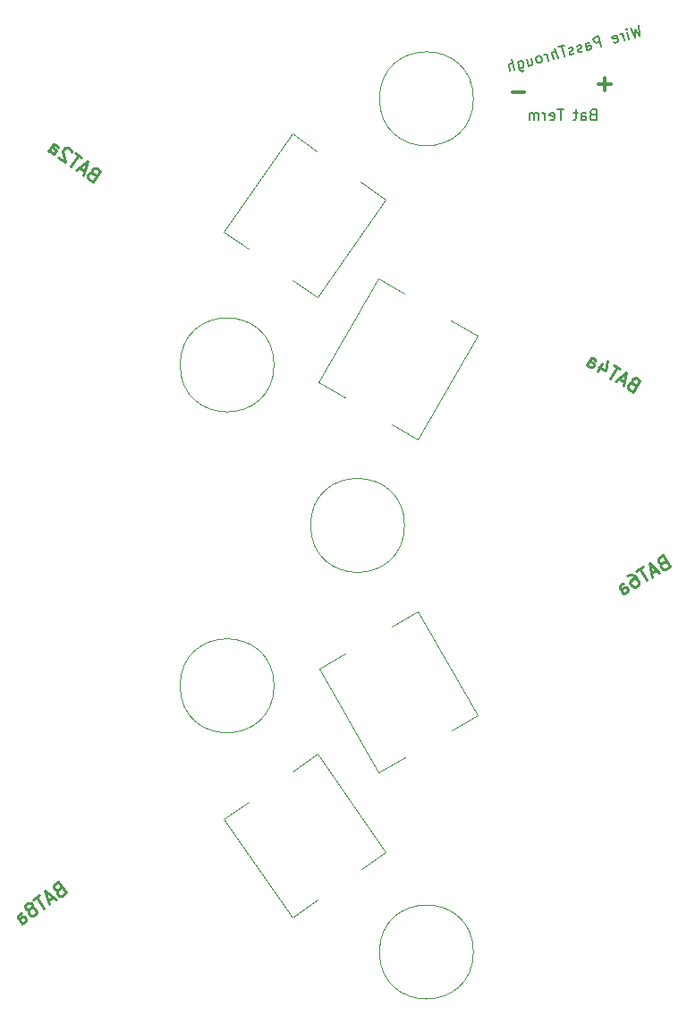
<source format=gbr>
G04 #@! TF.GenerationSoftware,KiCad,Pcbnew,(5.1.5)-3*
G04 #@! TF.CreationDate,2020-06-25T14:03:02-07:00*
G04 #@! TF.ProjectId,LCP_Battery,4c43505f-4261-4747-9465-72792e6b6963,rev?*
G04 #@! TF.SameCoordinates,Original*
G04 #@! TF.FileFunction,Legend,Bot*
G04 #@! TF.FilePolarity,Positive*
%FSLAX46Y46*%
G04 Gerber Fmt 4.6, Leading zero omitted, Abs format (unit mm)*
G04 Created by KiCad (PCBNEW (5.1.5)-3) date 2020-06-25 14:03:02*
%MOMM*%
%LPD*%
G04 APERTURE LIST*
%ADD10C,0.150000*%
%ADD11C,0.300000*%
%ADD12C,0.120000*%
%ADD13C,0.100000*%
%ADD14C,0.254000*%
G04 APERTURE END LIST*
D10*
X123391893Y-50334871D02*
X123249036Y-50382490D01*
X123201417Y-50430109D01*
X123153798Y-50525347D01*
X123153798Y-50668204D01*
X123201417Y-50763442D01*
X123249036Y-50811061D01*
X123344274Y-50858680D01*
X123725226Y-50858680D01*
X123725226Y-49858680D01*
X123391893Y-49858680D01*
X123296655Y-49906300D01*
X123249036Y-49953919D01*
X123201417Y-50049157D01*
X123201417Y-50144395D01*
X123249036Y-50239633D01*
X123296655Y-50287252D01*
X123391893Y-50334871D01*
X123725226Y-50334871D01*
X122296655Y-50858680D02*
X122296655Y-50334871D01*
X122344274Y-50239633D01*
X122439512Y-50192014D01*
X122629988Y-50192014D01*
X122725226Y-50239633D01*
X122296655Y-50811061D02*
X122391893Y-50858680D01*
X122629988Y-50858680D01*
X122725226Y-50811061D01*
X122772845Y-50715823D01*
X122772845Y-50620585D01*
X122725226Y-50525347D01*
X122629988Y-50477728D01*
X122391893Y-50477728D01*
X122296655Y-50430109D01*
X121963321Y-50192014D02*
X121582369Y-50192014D01*
X121820464Y-49858680D02*
X121820464Y-50715823D01*
X121772845Y-50811061D01*
X121677607Y-50858680D01*
X121582369Y-50858680D01*
X120629988Y-49858680D02*
X120058560Y-49858680D01*
X120344274Y-50858680D02*
X120344274Y-49858680D01*
X119344274Y-50811061D02*
X119439512Y-50858680D01*
X119629988Y-50858680D01*
X119725226Y-50811061D01*
X119772845Y-50715823D01*
X119772845Y-50334871D01*
X119725226Y-50239633D01*
X119629988Y-50192014D01*
X119439512Y-50192014D01*
X119344274Y-50239633D01*
X119296655Y-50334871D01*
X119296655Y-50430109D01*
X119772845Y-50525347D01*
X118868083Y-50858680D02*
X118868083Y-50192014D01*
X118868083Y-50382490D02*
X118820464Y-50287252D01*
X118772845Y-50239633D01*
X118677607Y-50192014D01*
X118582369Y-50192014D01*
X118249036Y-50858680D02*
X118249036Y-50192014D01*
X118249036Y-50287252D02*
X118201417Y-50239633D01*
X118106179Y-50192014D01*
X117963321Y-50192014D01*
X117868083Y-50239633D01*
X117820464Y-50334871D01*
X117820464Y-50858680D01*
X117820464Y-50334871D02*
X117772845Y-50239633D01*
X117677607Y-50192014D01*
X117534750Y-50192014D01*
X117439512Y-50239633D01*
X117391893Y-50334871D01*
X117391893Y-50858680D01*
D11*
X115775811Y-48240142D02*
X116918668Y-48240142D01*
X123962231Y-47445122D02*
X125105088Y-47445122D01*
X124533660Y-48016551D02*
X124533660Y-46873694D01*
D12*
X105578186Y-89199606D02*
G75*
G03X105578186Y-89199606I-4445000J0D01*
G01*
X112099426Y-129553147D02*
G75*
G03X112099426Y-129553147I-4445000J0D01*
G01*
D13*
X97330318Y-110810785D02*
X94987543Y-112451214D01*
X103811732Y-120067204D02*
X97330318Y-110810785D01*
X101468957Y-121707632D02*
X103811732Y-120067204D01*
X88483476Y-117005411D02*
X90826251Y-115364982D01*
X94964889Y-126261829D02*
X88483476Y-117005411D01*
X97307664Y-124621400D02*
X94964889Y-126261829D01*
D12*
X93229459Y-104376321D02*
G75*
G03X93229459Y-104376321I-4445000J0D01*
G01*
D13*
X106839674Y-97362287D02*
X104362842Y-98792287D01*
X112489674Y-107148374D02*
X106839674Y-97362287D01*
X110012842Y-108578374D02*
X112489674Y-107148374D01*
X97486600Y-102762287D02*
X99963432Y-101332287D01*
X103136600Y-112548374D02*
X97486600Y-102762287D01*
X105613432Y-111118374D02*
X103136600Y-112548374D01*
X112474674Y-71276819D02*
X109997842Y-69846819D01*
X106824674Y-81062906D02*
X112474674Y-71276819D01*
X104347842Y-79632906D02*
X106824674Y-81062906D01*
X103121600Y-65876819D02*
X105598432Y-67306819D01*
X97471600Y-75662906D02*
X103121600Y-65876819D01*
X99948432Y-77092906D02*
X97471600Y-75662906D01*
D12*
X93229459Y-74022891D02*
G75*
G03X93229459Y-74022891I-4445000J0D01*
G01*
D13*
X103794524Y-58356583D02*
X101451749Y-56716154D01*
X97313111Y-67613001D02*
X103794524Y-58356583D01*
X94970336Y-65972572D02*
X97313111Y-67613001D01*
X94947682Y-52161957D02*
X97290457Y-53802386D01*
X88466268Y-61418376D02*
X94947682Y-52161957D01*
X90809043Y-63058804D02*
X88466268Y-61418376D01*
D12*
X112099426Y-48846065D02*
G75*
G03X112099426Y-48846065I-4445000J0D01*
G01*
D10*
X127779923Y-41903436D02*
X127808760Y-42930986D01*
X127439903Y-42290338D01*
X127440788Y-43029583D01*
X126951987Y-42125281D01*
X126842834Y-43189805D02*
X126670288Y-42545854D01*
X126584015Y-42223879D02*
X126642336Y-42257551D01*
X126608664Y-42315872D01*
X126550343Y-42282200D01*
X126584015Y-42223879D01*
X126608664Y-42315872D01*
X126382869Y-43313052D02*
X126210323Y-42669101D01*
X126259622Y-42853087D02*
X126188976Y-42773419D01*
X126130655Y-42739747D01*
X126026337Y-42718400D01*
X125934344Y-42743050D01*
X125404619Y-43525875D02*
X125508936Y-43547222D01*
X125692922Y-43497923D01*
X125772591Y-43427277D01*
X125793938Y-43322959D01*
X125695340Y-42954987D01*
X125624694Y-42875319D01*
X125520376Y-42853972D01*
X125336390Y-42903271D01*
X125256722Y-42973917D01*
X125235375Y-43078235D01*
X125260025Y-43170227D01*
X125744639Y-43138973D01*
X124221035Y-43892314D02*
X123962216Y-42926388D01*
X123594245Y-43024986D01*
X123514576Y-43095631D01*
X123480905Y-43153953D01*
X123459558Y-43258270D01*
X123496532Y-43396260D01*
X123567178Y-43475928D01*
X123625499Y-43509600D01*
X123729816Y-43530947D01*
X124097788Y-43432349D01*
X122841141Y-44262055D02*
X122705569Y-43756094D01*
X122726916Y-43651776D01*
X122806585Y-43581130D01*
X122990571Y-43531832D01*
X123094888Y-43553179D01*
X122828817Y-44216059D02*
X122933134Y-44237406D01*
X123163117Y-44175782D01*
X123242785Y-44105136D01*
X123264132Y-44000819D01*
X123239482Y-43908826D01*
X123168836Y-43829157D01*
X123064519Y-43807810D01*
X122834537Y-43869434D01*
X122730219Y-43848087D01*
X122414848Y-44326981D02*
X122335180Y-44397627D01*
X122151194Y-44446926D01*
X122046877Y-44425579D01*
X121976231Y-44345911D01*
X121963906Y-44299914D01*
X121985253Y-44195596D01*
X122064921Y-44124951D01*
X122202911Y-44087976D01*
X122282579Y-44017331D01*
X122303926Y-43913013D01*
X122291601Y-43867016D01*
X122220955Y-43787348D01*
X122116638Y-43766001D01*
X121978648Y-43802975D01*
X121898980Y-43873621D01*
X121632908Y-44536501D02*
X121553240Y-44607147D01*
X121369254Y-44656446D01*
X121264937Y-44635099D01*
X121194291Y-44555431D01*
X121181966Y-44509434D01*
X121203313Y-44405117D01*
X121282981Y-44334471D01*
X121420971Y-44297497D01*
X121500639Y-44226851D01*
X121521986Y-44122533D01*
X121509661Y-44076537D01*
X121439015Y-43996868D01*
X121334698Y-43975521D01*
X121196708Y-44012495D01*
X121117040Y-44083141D01*
X120696467Y-43801443D02*
X120144509Y-43949339D01*
X120679307Y-44841317D02*
X120420488Y-43875391D01*
X120081353Y-45001538D02*
X119822534Y-44035612D01*
X119667385Y-45112461D02*
X119531813Y-44606499D01*
X119553160Y-44502182D01*
X119632828Y-44431536D01*
X119770818Y-44394562D01*
X119875135Y-44415909D01*
X119933457Y-44449580D01*
X119207420Y-45235708D02*
X119034874Y-44591757D01*
X119084173Y-44775743D02*
X119013527Y-44696075D01*
X118955206Y-44662403D01*
X118850888Y-44641056D01*
X118758895Y-44665705D01*
X118471477Y-45432903D02*
X118551145Y-45362257D01*
X118584817Y-45303936D01*
X118606164Y-45199618D01*
X118532216Y-44923640D01*
X118461570Y-44843971D01*
X118403248Y-44810300D01*
X118298931Y-44788953D01*
X118160941Y-44825927D01*
X118081273Y-44896573D01*
X118047601Y-44954894D01*
X118026254Y-45059212D01*
X118100203Y-45335190D01*
X118170849Y-45414859D01*
X118229170Y-45448530D01*
X118333487Y-45469877D01*
X118471477Y-45432903D01*
X117149019Y-45097071D02*
X117321565Y-45741021D01*
X117562987Y-44986148D02*
X117698559Y-45492109D01*
X117677212Y-45596427D01*
X117597544Y-45667073D01*
X117459555Y-45704047D01*
X117355237Y-45682700D01*
X117296916Y-45649028D01*
X116275086Y-45331240D02*
X116484606Y-46113180D01*
X116555252Y-46192848D01*
X116613573Y-46226520D01*
X116717891Y-46247867D01*
X116855881Y-46210893D01*
X116935549Y-46140247D01*
X116435308Y-45929194D02*
X116539625Y-45950541D01*
X116723611Y-45901242D01*
X116803279Y-45830596D01*
X116836951Y-45772275D01*
X116858298Y-45667958D01*
X116784350Y-45391979D01*
X116713704Y-45312311D01*
X116655383Y-45278639D01*
X116551065Y-45257292D01*
X116367079Y-45306591D01*
X116287411Y-45377237D01*
X115987668Y-46098438D02*
X115728849Y-45132512D01*
X115573699Y-46209360D02*
X115438127Y-45703399D01*
X115459475Y-45599082D01*
X115539143Y-45528436D01*
X115677132Y-45491461D01*
X115781450Y-45512808D01*
X115839771Y-45546480D01*
D14*
X72801840Y-123641521D02*
X72687910Y-123795123D01*
X72673058Y-123879350D01*
X72692895Y-124013116D01*
X72796958Y-124161734D01*
X72915872Y-124226124D01*
X73000099Y-124240976D01*
X73133865Y-124221139D01*
X73530179Y-123943638D01*
X72801737Y-122903315D01*
X72454963Y-123146129D01*
X72390572Y-123265043D01*
X72375720Y-123349270D01*
X72395557Y-123483036D01*
X72464932Y-123582115D01*
X72583847Y-123646505D01*
X72668074Y-123661357D01*
X72801840Y-123641521D01*
X73148614Y-123398707D01*
X72331269Y-124340157D02*
X71835877Y-124687034D01*
X72638474Y-124568017D02*
X71563257Y-123770508D01*
X71944925Y-125053645D01*
X71018326Y-124152072D02*
X70423856Y-124568325D01*
X71449533Y-125400522D02*
X70721091Y-124360199D01*
X70240653Y-125361055D02*
X70305044Y-125242140D01*
X70319895Y-125157913D01*
X70300059Y-125024147D01*
X70265371Y-124974608D01*
X70146457Y-124910217D01*
X70062230Y-124895366D01*
X69928464Y-124915202D01*
X69730307Y-125053953D01*
X69665916Y-125172868D01*
X69651065Y-125257095D01*
X69670901Y-125390861D01*
X69705589Y-125440400D01*
X69824503Y-125504791D01*
X69908730Y-125519642D01*
X70042496Y-125499806D01*
X70240653Y-125361055D01*
X70374419Y-125341219D01*
X70458646Y-125356070D01*
X70577561Y-125420461D01*
X70716312Y-125618618D01*
X70736148Y-125752384D01*
X70721296Y-125836611D01*
X70656906Y-125955525D01*
X70458749Y-126094276D01*
X70324983Y-126114112D01*
X70240756Y-126099261D01*
X70121841Y-126034870D01*
X69983090Y-125836714D01*
X69963254Y-125702947D01*
X69978106Y-125618720D01*
X70042496Y-125499806D01*
X69368887Y-126857406D02*
X68987322Y-126312475D01*
X68967485Y-126178709D01*
X69031876Y-126059794D01*
X69230033Y-125921043D01*
X69363799Y-125901207D01*
X69334199Y-126807867D02*
X69467965Y-126788031D01*
X69715661Y-126614592D01*
X69780052Y-126495677D01*
X69760215Y-126361911D01*
X69690840Y-126262833D01*
X69571925Y-126198442D01*
X69438159Y-126218278D01*
X69190463Y-126391717D01*
X69056697Y-126411553D01*
X129966289Y-92769445D02*
X129839406Y-92912533D01*
X129817270Y-92995146D01*
X129825372Y-93130131D01*
X129916087Y-93287253D01*
X130028937Y-93361763D01*
X130111549Y-93383899D01*
X130246535Y-93375796D01*
X130665526Y-93133892D01*
X130030526Y-92034039D01*
X129663909Y-92245706D01*
X129589399Y-92358556D01*
X129567263Y-92441168D01*
X129575365Y-92576154D01*
X129635841Y-92680902D01*
X129748692Y-92755412D01*
X129831304Y-92777548D01*
X129966289Y-92769445D01*
X130332907Y-92557779D01*
X129436619Y-93424410D02*
X128912880Y-93726791D01*
X129722795Y-93678177D02*
X128721178Y-92789992D01*
X128989561Y-94101511D01*
X128145065Y-93122611D02*
X127516578Y-93485468D01*
X128465821Y-94403892D02*
X127830821Y-93304039D01*
X126678595Y-93969278D02*
X126888091Y-93848325D01*
X127023077Y-93840223D01*
X127105689Y-93862359D01*
X127301151Y-93959004D01*
X127474477Y-94138262D01*
X127716382Y-94557253D01*
X127724484Y-94692239D01*
X127702348Y-94774851D01*
X127627839Y-94887701D01*
X127418343Y-95008654D01*
X127283357Y-95016756D01*
X127200745Y-94994620D01*
X127087895Y-94920110D01*
X126936705Y-94658241D01*
X126928602Y-94523255D01*
X126950738Y-94440643D01*
X127025248Y-94327793D01*
X127234743Y-94206840D01*
X127369729Y-94198738D01*
X127452341Y-94220874D01*
X127565192Y-94295384D01*
X126266117Y-95673892D02*
X125933498Y-95097779D01*
X125925396Y-94962793D01*
X125999905Y-94849943D01*
X126209401Y-94728990D01*
X126344387Y-94720888D01*
X126235879Y-95621518D02*
X126370865Y-95613416D01*
X126632734Y-95462225D01*
X126707244Y-95349375D01*
X126699142Y-95214389D01*
X126638666Y-95109641D01*
X126525815Y-95035131D01*
X126390830Y-95043234D01*
X126128960Y-95194424D01*
X125993974Y-95202526D01*
X127199504Y-75787852D02*
X127012144Y-75749512D01*
X126929532Y-75771647D01*
X126816682Y-75846157D01*
X126725967Y-76003279D01*
X126717865Y-76138265D01*
X126740001Y-76220877D01*
X126814511Y-76333727D01*
X127233502Y-76575632D01*
X127868502Y-75475779D01*
X127501885Y-75264113D01*
X127366899Y-75256011D01*
X127284287Y-75278146D01*
X127171437Y-75352656D01*
X127110960Y-75457404D01*
X127102858Y-75592390D01*
X127124994Y-75675002D01*
X127199504Y-75787852D01*
X127566121Y-75999519D01*
X126367452Y-75656626D02*
X125843713Y-75354245D01*
X126290772Y-76031346D02*
X126559154Y-74719827D01*
X125557537Y-75608013D01*
X125983041Y-74387208D02*
X125354554Y-74024351D01*
X125033798Y-75305632D02*
X125668798Y-74205779D01*
X124304905Y-73907159D02*
X123881571Y-74640394D01*
X124808679Y-73639358D02*
X124616977Y-74576157D01*
X123936116Y-74183062D01*
X122834093Y-74035632D02*
X123166712Y-73459519D01*
X123279562Y-73385009D01*
X123414548Y-73393111D01*
X123624044Y-73514064D01*
X123698554Y-73626914D01*
X122864331Y-73983258D02*
X122938841Y-74096108D01*
X123200710Y-74247298D01*
X123335696Y-74255401D01*
X123448547Y-74180891D01*
X123509023Y-74076143D01*
X123517125Y-73941157D01*
X123442615Y-73828307D01*
X123180746Y-73677117D01*
X123106236Y-73564266D01*
X76093603Y-55899621D02*
X75910298Y-55845097D01*
X75826071Y-55859948D01*
X75707156Y-55924339D01*
X75603093Y-56072957D01*
X75583257Y-56206723D01*
X75598108Y-56290950D01*
X75662499Y-56409864D01*
X76058812Y-56687366D01*
X76787254Y-55647043D01*
X76440480Y-55404229D01*
X76306714Y-55384393D01*
X76222487Y-55399244D01*
X76103572Y-55463635D01*
X76034197Y-55562713D01*
X76014361Y-55696479D01*
X76029212Y-55780706D01*
X76093603Y-55899621D01*
X76440377Y-56142435D01*
X75276155Y-55696376D02*
X74780763Y-55349499D01*
X75167107Y-56062987D02*
X75548775Y-54779850D01*
X74473558Y-55577359D01*
X75003843Y-54398285D02*
X74409373Y-53982032D01*
X73978166Y-55230482D02*
X74706608Y-54190159D01*
X74042762Y-53872985D02*
X74027911Y-53788758D01*
X73963520Y-53669843D01*
X73715824Y-53496404D01*
X73582058Y-53476568D01*
X73497831Y-53491420D01*
X73378917Y-53555810D01*
X73309541Y-53654889D01*
X73255017Y-53838194D01*
X73433235Y-54848917D01*
X72789225Y-54397977D01*
X71897520Y-53773598D02*
X72279085Y-53228667D01*
X72398000Y-53164276D01*
X72531766Y-53184112D01*
X72729922Y-53322863D01*
X72794313Y-53441778D01*
X71932208Y-53724059D02*
X71996598Y-53842973D01*
X72244294Y-54016412D01*
X72378060Y-54036248D01*
X72496975Y-53971857D01*
X72566351Y-53872779D01*
X72586187Y-53739013D01*
X72521796Y-53620098D01*
X72274100Y-53446660D01*
X72209709Y-53327745D01*
M02*

</source>
